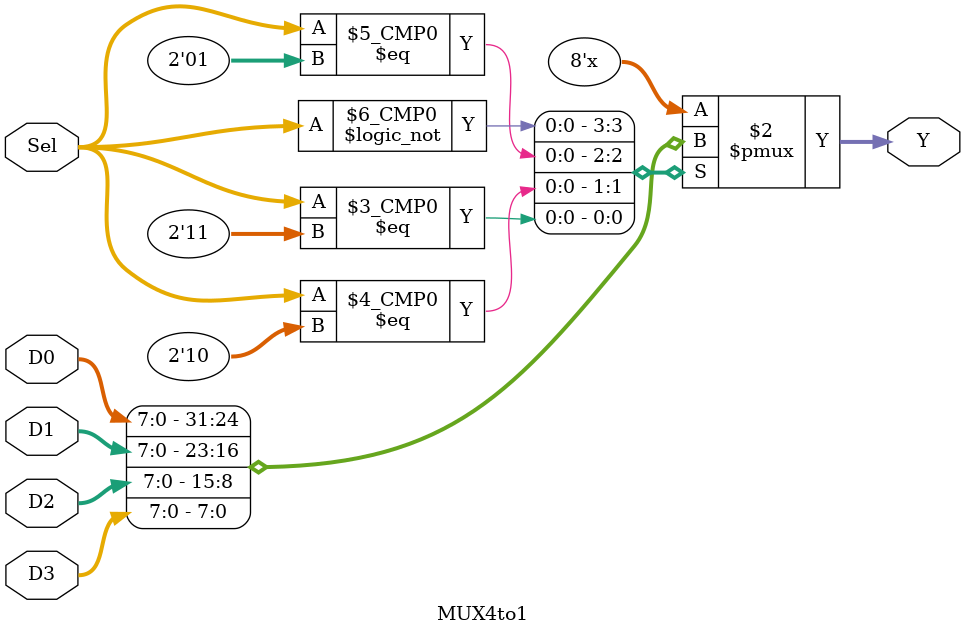
<source format=sv>
module MUX4to1 #(
    parameter WIDTH = 8
)(
    input  logic [WIDTH-1:0] D0, D1, D2, D3, // Inputs
    input  logic [1:0]       Sel,             // Select signal
    output logic [WIDTH-1:0] Y                // Output
);

    always_comb begin
        case (Sel)
            2'b00: Y = D0;
            2'b01: Y = D1;
            2'b10: Y = D2;
            2'b11: Y = D3;
            default: Y = '0;
        endcase
    end

endmodule


</source>
